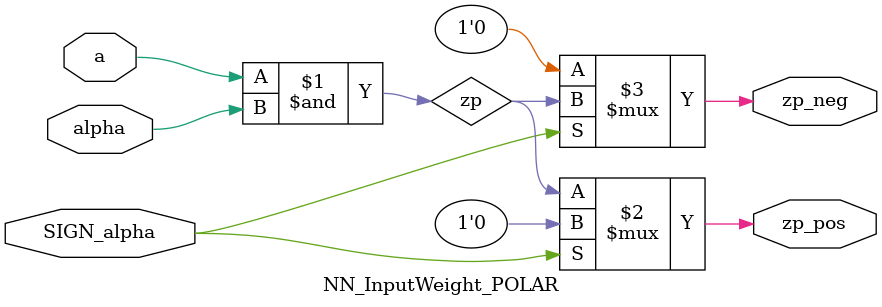
<source format=v>



module NN_InputWeight_POLAR(a,alpha,SIGN_alpha,zp_pos,zp_neg);


input a,alpha,SIGN_alpha;

output zp_pos,zp_neg;

wire zp;

assign zp = a&alpha;

assign zp_pos = (SIGN_alpha) ? 1'b0 : zp;

assign zp_neg = (SIGN_alpha) ? zp : 1'b0;


endmodule
</source>
